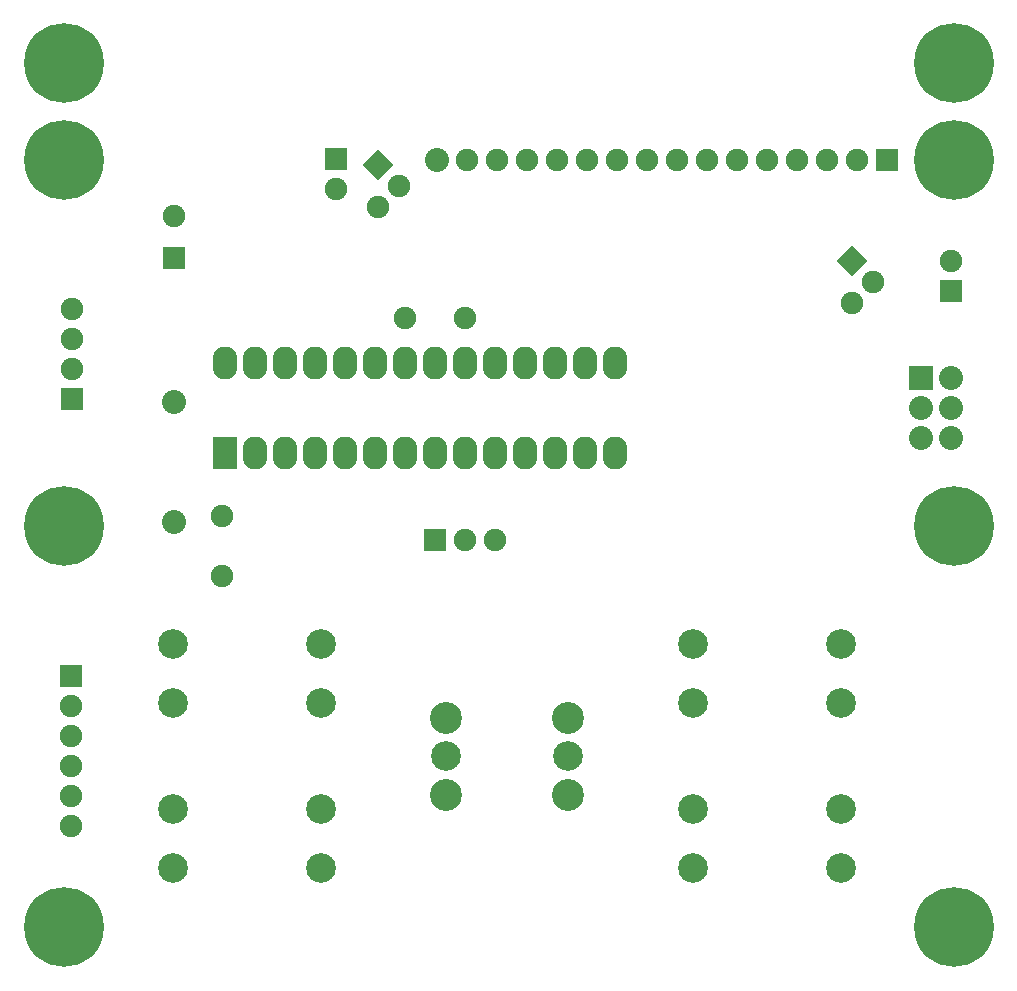
<source format=gbs>
G04 (created by PCBNEW-RS274X (2012-apr-16-27)-stable) date Sun 31 Mar 2013 17:29:30 CEST*
G01*
G70*
G90*
%MOIN*%
G04 Gerber Fmt 3.4, Leading zero omitted, Abs format*
%FSLAX34Y34*%
G04 APERTURE LIST*
%ADD10C,0.006000*%
%ADD11C,0.075000*%
%ADD12R,0.075000X0.075000*%
%ADD13C,0.080000*%
%ADD14O,0.082000X0.110000*%
%ADD15R,0.082000X0.110000*%
%ADD16C,0.098700*%
%ADD17C,0.266100*%
%ADD18C,0.106600*%
%ADD19R,0.080000X0.080000*%
G04 APERTURE END LIST*
G54D10*
G54D11*
X43000Y-21507D03*
X43707Y-20800D03*
G54D10*
G36*
X43000Y-19563D02*
X43530Y-20093D01*
X43000Y-20623D01*
X42470Y-20093D01*
X43000Y-19563D01*
X43000Y-19563D01*
G37*
G54D12*
X16950Y-33950D03*
G54D11*
X16950Y-34950D03*
X16950Y-35950D03*
X16950Y-36950D03*
X16950Y-37950D03*
X16950Y-38950D03*
G54D12*
X17000Y-24700D03*
G54D11*
X17000Y-23700D03*
X17000Y-22700D03*
X17000Y-21700D03*
G54D12*
X29100Y-29400D03*
G54D11*
X30100Y-29400D03*
X31100Y-29400D03*
G54D12*
X44150Y-16732D03*
G54D11*
X43150Y-16732D03*
X42150Y-16732D03*
X41150Y-16732D03*
X40150Y-16732D03*
X39150Y-16732D03*
X38150Y-16732D03*
X37150Y-16732D03*
X36150Y-16732D03*
X35150Y-16732D03*
X34150Y-16732D03*
X33150Y-16732D03*
X32150Y-16732D03*
X31150Y-16732D03*
X30150Y-16732D03*
G54D13*
X29150Y-16732D03*
G54D14*
X23100Y-26500D03*
X24100Y-26500D03*
X25100Y-26500D03*
X26100Y-26500D03*
X27100Y-26500D03*
X28100Y-26500D03*
X29100Y-26500D03*
X30100Y-26500D03*
X31100Y-26500D03*
X32100Y-26500D03*
X33100Y-26500D03*
X34100Y-26500D03*
X35100Y-26500D03*
G54D15*
X22100Y-26500D03*
G54D14*
X35100Y-23500D03*
X34100Y-23500D03*
X33100Y-23500D03*
X32100Y-23500D03*
X31100Y-23500D03*
X30100Y-23500D03*
X29100Y-23500D03*
X28100Y-23500D03*
X27100Y-23500D03*
X26100Y-23500D03*
X25100Y-23500D03*
X24100Y-23500D03*
X23100Y-23500D03*
X22100Y-23500D03*
G54D11*
X30100Y-22000D03*
X28100Y-22000D03*
G54D12*
X20394Y-20000D03*
G54D11*
X20394Y-18622D03*
X22000Y-28600D03*
X22000Y-30600D03*
G54D16*
X20374Y-34842D03*
X25296Y-34842D03*
X20374Y-32874D03*
X25296Y-32874D03*
X20374Y-40354D03*
X25296Y-40354D03*
X20374Y-38386D03*
X25296Y-38386D03*
X37696Y-40354D03*
X42618Y-40354D03*
X37696Y-38386D03*
X42618Y-38386D03*
X42618Y-32874D03*
X37696Y-32874D03*
X42618Y-34842D03*
X37696Y-34842D03*
G54D12*
X25800Y-16700D03*
G54D11*
X25800Y-17700D03*
G54D13*
X20400Y-24800D03*
X20400Y-28800D03*
G54D17*
X46378Y-42323D03*
X16732Y-42323D03*
X16732Y-28937D03*
X46378Y-28937D03*
X46378Y-16732D03*
X16732Y-16732D03*
G54D18*
X29468Y-37893D03*
G54D16*
X29468Y-36614D03*
G54D18*
X29468Y-35334D03*
X33524Y-37893D03*
G54D16*
X33524Y-36614D03*
G54D18*
X33524Y-35334D03*
G54D11*
X27200Y-18307D03*
X27907Y-17600D03*
G54D10*
G36*
X27200Y-16363D02*
X27730Y-16893D01*
X27200Y-17423D01*
X26670Y-16893D01*
X27200Y-16363D01*
X27200Y-16363D01*
G37*
G54D12*
X46300Y-21100D03*
G54D11*
X46300Y-20100D03*
G54D19*
X45300Y-24000D03*
G54D13*
X46300Y-24000D03*
X45300Y-25000D03*
X46300Y-25000D03*
X45300Y-26000D03*
X46300Y-26000D03*
G54D17*
X46378Y-13504D03*
X16732Y-13504D03*
M02*

</source>
